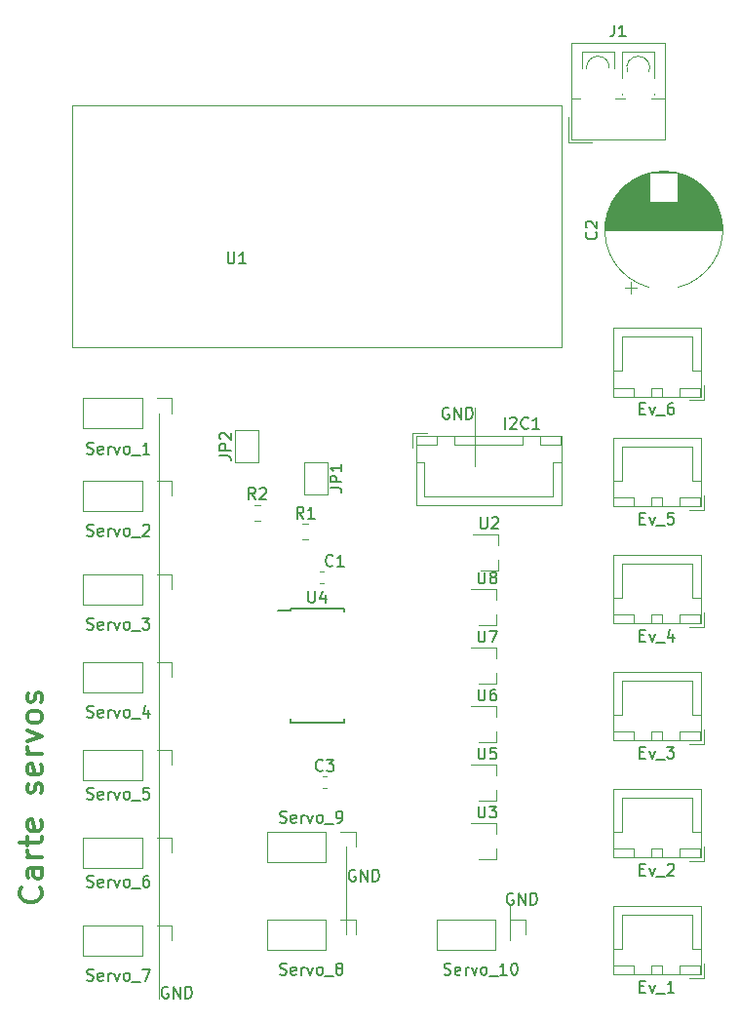
<source format=gbr>
G04 #@! TF.GenerationSoftware,KiCad,Pcbnew,5.1.5*
G04 #@! TF.CreationDate,2020-03-10T21:27:45+01:00*
G04 #@! TF.ProjectId,carte_PCA9685,63617274-655f-4504-9341-393638352e6b,rev?*
G04 #@! TF.SameCoordinates,Original*
G04 #@! TF.FileFunction,Legend,Top*
G04 #@! TF.FilePolarity,Positive*
%FSLAX46Y46*%
G04 Gerber Fmt 4.6, Leading zero omitted, Abs format (unit mm)*
G04 Created by KiCad (PCBNEW 5.1.5) date 2020-03-10 21:27:45*
%MOMM*%
%LPD*%
G04 APERTURE LIST*
%ADD10C,0.300000*%
%ADD11C,0.150000*%
%ADD12C,0.120000*%
G04 APERTURE END LIST*
D10*
X125809285Y-103107142D02*
X125904523Y-103202380D01*
X125999761Y-103488095D01*
X125999761Y-103678571D01*
X125904523Y-103964285D01*
X125714047Y-104154761D01*
X125523571Y-104250000D01*
X125142619Y-104345238D01*
X124856904Y-104345238D01*
X124475952Y-104250000D01*
X124285476Y-104154761D01*
X124095000Y-103964285D01*
X123999761Y-103678571D01*
X123999761Y-103488095D01*
X124095000Y-103202380D01*
X124190238Y-103107142D01*
X125999761Y-101392857D02*
X124952142Y-101392857D01*
X124761666Y-101488095D01*
X124666428Y-101678571D01*
X124666428Y-102059523D01*
X124761666Y-102250000D01*
X125904523Y-101392857D02*
X125999761Y-101583333D01*
X125999761Y-102059523D01*
X125904523Y-102250000D01*
X125714047Y-102345238D01*
X125523571Y-102345238D01*
X125333095Y-102250000D01*
X125237857Y-102059523D01*
X125237857Y-101583333D01*
X125142619Y-101392857D01*
X125999761Y-100440476D02*
X124666428Y-100440476D01*
X125047380Y-100440476D02*
X124856904Y-100345238D01*
X124761666Y-100250000D01*
X124666428Y-100059523D01*
X124666428Y-99869047D01*
X124666428Y-99488095D02*
X124666428Y-98726190D01*
X123999761Y-99202380D02*
X125714047Y-99202380D01*
X125904523Y-99107142D01*
X125999761Y-98916666D01*
X125999761Y-98726190D01*
X125904523Y-97297619D02*
X125999761Y-97488095D01*
X125999761Y-97869047D01*
X125904523Y-98059523D01*
X125714047Y-98154761D01*
X124952142Y-98154761D01*
X124761666Y-98059523D01*
X124666428Y-97869047D01*
X124666428Y-97488095D01*
X124761666Y-97297619D01*
X124952142Y-97202380D01*
X125142619Y-97202380D01*
X125333095Y-98154761D01*
X125904523Y-94916666D02*
X125999761Y-94726190D01*
X125999761Y-94345238D01*
X125904523Y-94154761D01*
X125714047Y-94059523D01*
X125618809Y-94059523D01*
X125428333Y-94154761D01*
X125333095Y-94345238D01*
X125333095Y-94630952D01*
X125237857Y-94821428D01*
X125047380Y-94916666D01*
X124952142Y-94916666D01*
X124761666Y-94821428D01*
X124666428Y-94630952D01*
X124666428Y-94345238D01*
X124761666Y-94154761D01*
X125904523Y-92440476D02*
X125999761Y-92630952D01*
X125999761Y-93011904D01*
X125904523Y-93202380D01*
X125714047Y-93297619D01*
X124952142Y-93297619D01*
X124761666Y-93202380D01*
X124666428Y-93011904D01*
X124666428Y-92630952D01*
X124761666Y-92440476D01*
X124952142Y-92345238D01*
X125142619Y-92345238D01*
X125333095Y-93297619D01*
X125999761Y-91488095D02*
X124666428Y-91488095D01*
X125047380Y-91488095D02*
X124856904Y-91392857D01*
X124761666Y-91297619D01*
X124666428Y-91107142D01*
X124666428Y-90916666D01*
X124666428Y-90440476D02*
X125999761Y-89964285D01*
X124666428Y-89488095D01*
X125999761Y-88440476D02*
X125904523Y-88630952D01*
X125809285Y-88726190D01*
X125618809Y-88821428D01*
X125047380Y-88821428D01*
X124856904Y-88726190D01*
X124761666Y-88630952D01*
X124666428Y-88440476D01*
X124666428Y-88154761D01*
X124761666Y-87964285D01*
X124856904Y-87869047D01*
X125047380Y-87773809D01*
X125618809Y-87773809D01*
X125809285Y-87869047D01*
X125904523Y-87964285D01*
X125999761Y-88154761D01*
X125999761Y-88440476D01*
X125904523Y-87011904D02*
X125999761Y-86821428D01*
X125999761Y-86440476D01*
X125904523Y-86250000D01*
X125714047Y-86154761D01*
X125618809Y-86154761D01*
X125428333Y-86250000D01*
X125333095Y-86440476D01*
X125333095Y-86726190D01*
X125237857Y-86916666D01*
X125047380Y-87011904D01*
X124952142Y-87011904D01*
X124761666Y-86916666D01*
X124666428Y-86726190D01*
X124666428Y-86440476D01*
X124761666Y-86250000D01*
D11*
X153162095Y-101608000D02*
X153066857Y-101560380D01*
X152924000Y-101560380D01*
X152781142Y-101608000D01*
X152685904Y-101703238D01*
X152638285Y-101798476D01*
X152590666Y-101988952D01*
X152590666Y-102131809D01*
X152638285Y-102322285D01*
X152685904Y-102417523D01*
X152781142Y-102512761D01*
X152924000Y-102560380D01*
X153019238Y-102560380D01*
X153162095Y-102512761D01*
X153209714Y-102465142D01*
X153209714Y-102131809D01*
X153019238Y-102131809D01*
X153638285Y-102560380D02*
X153638285Y-101560380D01*
X154209714Y-102560380D01*
X154209714Y-101560380D01*
X154685904Y-102560380D02*
X154685904Y-101560380D01*
X154924000Y-101560380D01*
X155066857Y-101608000D01*
X155162095Y-101703238D01*
X155209714Y-101798476D01*
X155257333Y-101988952D01*
X155257333Y-102131809D01*
X155209714Y-102322285D01*
X155162095Y-102417523D01*
X155066857Y-102512761D01*
X154924000Y-102560380D01*
X154685904Y-102560380D01*
X161290095Y-61476000D02*
X161194857Y-61428380D01*
X161052000Y-61428380D01*
X160909142Y-61476000D01*
X160813904Y-61571238D01*
X160766285Y-61666476D01*
X160718666Y-61856952D01*
X160718666Y-61999809D01*
X160766285Y-62190285D01*
X160813904Y-62285523D01*
X160909142Y-62380761D01*
X161052000Y-62428380D01*
X161147238Y-62428380D01*
X161290095Y-62380761D01*
X161337714Y-62333142D01*
X161337714Y-61999809D01*
X161147238Y-61999809D01*
X161766285Y-62428380D02*
X161766285Y-61428380D01*
X162337714Y-62428380D01*
X162337714Y-61428380D01*
X162813904Y-62428380D02*
X162813904Y-61428380D01*
X163052000Y-61428380D01*
X163194857Y-61476000D01*
X163290095Y-61571238D01*
X163337714Y-61666476D01*
X163385333Y-61856952D01*
X163385333Y-61999809D01*
X163337714Y-62190285D01*
X163290095Y-62285523D01*
X163194857Y-62380761D01*
X163052000Y-62428380D01*
X162813904Y-62428380D01*
D12*
X163576000Y-66548000D02*
X163576000Y-61468000D01*
X152400000Y-107188000D02*
X152400000Y-99568000D01*
X166624000Y-104648000D02*
X166624000Y-107696000D01*
D11*
X166878095Y-103640000D02*
X166782857Y-103592380D01*
X166640000Y-103592380D01*
X166497142Y-103640000D01*
X166401904Y-103735238D01*
X166354285Y-103830476D01*
X166306666Y-104020952D01*
X166306666Y-104163809D01*
X166354285Y-104354285D01*
X166401904Y-104449523D01*
X166497142Y-104544761D01*
X166640000Y-104592380D01*
X166735238Y-104592380D01*
X166878095Y-104544761D01*
X166925714Y-104497142D01*
X166925714Y-104163809D01*
X166735238Y-104163809D01*
X167354285Y-104592380D02*
X167354285Y-103592380D01*
X167925714Y-104592380D01*
X167925714Y-103592380D01*
X168401904Y-104592380D02*
X168401904Y-103592380D01*
X168640000Y-103592380D01*
X168782857Y-103640000D01*
X168878095Y-103735238D01*
X168925714Y-103830476D01*
X168973333Y-104020952D01*
X168973333Y-104163809D01*
X168925714Y-104354285D01*
X168878095Y-104449523D01*
X168782857Y-104544761D01*
X168640000Y-104592380D01*
X168401904Y-104592380D01*
X136906095Y-111768000D02*
X136810857Y-111720380D01*
X136668000Y-111720380D01*
X136525142Y-111768000D01*
X136429904Y-111863238D01*
X136382285Y-111958476D01*
X136334666Y-112148952D01*
X136334666Y-112291809D01*
X136382285Y-112482285D01*
X136429904Y-112577523D01*
X136525142Y-112672761D01*
X136668000Y-112720380D01*
X136763238Y-112720380D01*
X136906095Y-112672761D01*
X136953714Y-112625142D01*
X136953714Y-112291809D01*
X136763238Y-112291809D01*
X137382285Y-112720380D02*
X137382285Y-111720380D01*
X137953714Y-112720380D01*
X137953714Y-111720380D01*
X138429904Y-112720380D02*
X138429904Y-111720380D01*
X138668000Y-111720380D01*
X138810857Y-111768000D01*
X138906095Y-111863238D01*
X138953714Y-111958476D01*
X139001333Y-112148952D01*
X139001333Y-112291809D01*
X138953714Y-112482285D01*
X138906095Y-112577523D01*
X138810857Y-112672761D01*
X138668000Y-112720380D01*
X138429904Y-112720380D01*
D12*
X136144000Y-107696000D02*
X136144000Y-112776000D01*
X136144000Y-107696000D02*
X136144000Y-61976000D01*
X158430000Y-63920000D02*
X158430000Y-69890000D01*
X158430000Y-69890000D02*
X171050000Y-69890000D01*
X171050000Y-69890000D02*
X171050000Y-63920000D01*
X171050000Y-63920000D02*
X158430000Y-63920000D01*
X161740000Y-63930000D02*
X161740000Y-64680000D01*
X161740000Y-64680000D02*
X167740000Y-64680000D01*
X167740000Y-64680000D02*
X167740000Y-63930000D01*
X167740000Y-63930000D02*
X161740000Y-63930000D01*
X158440000Y-63930000D02*
X158440000Y-64680000D01*
X158440000Y-64680000D02*
X160240000Y-64680000D01*
X160240000Y-64680000D02*
X160240000Y-63930000D01*
X160240000Y-63930000D02*
X158440000Y-63930000D01*
X169240000Y-63930000D02*
X169240000Y-64680000D01*
X169240000Y-64680000D02*
X171040000Y-64680000D01*
X171040000Y-64680000D02*
X171040000Y-63930000D01*
X171040000Y-63930000D02*
X169240000Y-63930000D01*
X158440000Y-66180000D02*
X159190000Y-66180000D01*
X159190000Y-66180000D02*
X159190000Y-69130000D01*
X159190000Y-69130000D02*
X164740000Y-69130000D01*
X171040000Y-66180000D02*
X170290000Y-66180000D01*
X170290000Y-66180000D02*
X170290000Y-69130000D01*
X170290000Y-69130000D02*
X164740000Y-69130000D01*
X159390000Y-63630000D02*
X158140000Y-63630000D01*
X158140000Y-63630000D02*
X158140000Y-64880000D01*
D11*
X147535000Y-78845000D02*
X147535000Y-79070000D01*
X152185000Y-78845000D02*
X152185000Y-79170000D01*
X152185000Y-88795000D02*
X152185000Y-88470000D01*
X147535000Y-88795000D02*
X147535000Y-88470000D01*
X147535000Y-78845000D02*
X152185000Y-78845000D01*
X147535000Y-88795000D02*
X152185000Y-88795000D01*
X147535000Y-79070000D02*
X146460000Y-79070000D01*
D12*
X144720000Y-66185000D02*
X142720000Y-66185000D01*
X144720000Y-63385000D02*
X144720000Y-66185000D01*
X142720000Y-63385000D02*
X144720000Y-63385000D01*
X142720000Y-66185000D02*
X142720000Y-63385000D01*
X144398922Y-71300000D02*
X144916078Y-71300000D01*
X144398922Y-69880000D02*
X144916078Y-69880000D01*
X150733000Y-66164000D02*
X150733000Y-68964000D01*
X150733000Y-68964000D02*
X148733000Y-68964000D01*
X148733000Y-68964000D02*
X148733000Y-66164000D01*
X148733000Y-66164000D02*
X150733000Y-66164000D01*
X150083733Y-76710000D02*
X150426267Y-76710000D01*
X150083733Y-75690000D02*
X150426267Y-75690000D01*
X149058578Y-72902500D02*
X148541422Y-72902500D01*
X149058578Y-71482500D02*
X148541422Y-71482500D01*
X181219000Y-50996540D02*
G75*
G03X178699000Y-50996540I-1260000J4962540D01*
G01*
X174879000Y-46034000D02*
X185039000Y-46034000D01*
X174879000Y-45994000D02*
X185039000Y-45994000D01*
X174879000Y-45954000D02*
X185039000Y-45954000D01*
X174880000Y-45914000D02*
X185038000Y-45914000D01*
X174881000Y-45874000D02*
X185037000Y-45874000D01*
X174882000Y-45834000D02*
X185036000Y-45834000D01*
X174884000Y-45794000D02*
X185034000Y-45794000D01*
X174886000Y-45754000D02*
X185032000Y-45754000D01*
X174889000Y-45714000D02*
X185029000Y-45714000D01*
X174891000Y-45674000D02*
X185027000Y-45674000D01*
X174894000Y-45634000D02*
X185024000Y-45634000D01*
X174897000Y-45594000D02*
X185021000Y-45594000D01*
X174901000Y-45554000D02*
X185017000Y-45554000D01*
X174905000Y-45514000D02*
X185013000Y-45514000D01*
X174909000Y-45474000D02*
X185009000Y-45474000D01*
X174914000Y-45434000D02*
X185004000Y-45434000D01*
X174919000Y-45394000D02*
X184999000Y-45394000D01*
X174924000Y-45354000D02*
X184994000Y-45354000D01*
X174929000Y-45313000D02*
X184989000Y-45313000D01*
X174935000Y-45273000D02*
X184983000Y-45273000D01*
X174941000Y-45233000D02*
X184977000Y-45233000D01*
X174948000Y-45193000D02*
X184970000Y-45193000D01*
X174955000Y-45153000D02*
X184963000Y-45153000D01*
X174962000Y-45113000D02*
X184956000Y-45113000D01*
X174969000Y-45073000D02*
X184949000Y-45073000D01*
X174977000Y-45033000D02*
X184941000Y-45033000D01*
X174985000Y-44993000D02*
X184933000Y-44993000D01*
X174994000Y-44953000D02*
X184924000Y-44953000D01*
X175003000Y-44913000D02*
X184915000Y-44913000D01*
X175012000Y-44873000D02*
X184906000Y-44873000D01*
X175021000Y-44833000D02*
X184897000Y-44833000D01*
X175031000Y-44793000D02*
X184887000Y-44793000D01*
X175041000Y-44753000D02*
X184877000Y-44753000D01*
X175052000Y-44713000D02*
X184866000Y-44713000D01*
X175062000Y-44673000D02*
X184856000Y-44673000D01*
X175074000Y-44633000D02*
X184844000Y-44633000D01*
X175085000Y-44593000D02*
X184833000Y-44593000D01*
X175097000Y-44553000D02*
X184821000Y-44553000D01*
X175109000Y-44513000D02*
X184809000Y-44513000D01*
X175122000Y-44473000D02*
X184796000Y-44473000D01*
X175135000Y-44433000D02*
X184783000Y-44433000D01*
X175148000Y-44393000D02*
X184770000Y-44393000D01*
X175162000Y-44353000D02*
X184756000Y-44353000D01*
X175176000Y-44313000D02*
X184742000Y-44313000D01*
X175191000Y-44273000D02*
X184727000Y-44273000D01*
X175205000Y-44233000D02*
X184713000Y-44233000D01*
X175221000Y-44193000D02*
X184697000Y-44193000D01*
X175236000Y-44153000D02*
X184682000Y-44153000D01*
X175252000Y-44113000D02*
X184666000Y-44113000D01*
X175269000Y-44073000D02*
X184649000Y-44073000D01*
X175285000Y-44033000D02*
X184633000Y-44033000D01*
X175302000Y-43993000D02*
X184616000Y-43993000D01*
X175320000Y-43953000D02*
X184598000Y-43953000D01*
X175338000Y-43913000D02*
X184580000Y-43913000D01*
X175356000Y-43873000D02*
X184562000Y-43873000D01*
X175375000Y-43833000D02*
X184543000Y-43833000D01*
X175395000Y-43793000D02*
X184523000Y-43793000D01*
X175414000Y-43753000D02*
X184504000Y-43753000D01*
X175434000Y-43713000D02*
X184484000Y-43713000D01*
X175455000Y-43673000D02*
X184463000Y-43673000D01*
X175476000Y-43633000D02*
X184442000Y-43633000D01*
X175497000Y-43593000D02*
X184421000Y-43593000D01*
X175519000Y-43553000D02*
X184399000Y-43553000D01*
X175542000Y-43513000D02*
X178718000Y-43513000D01*
X181200000Y-43513000D02*
X184376000Y-43513000D01*
X175564000Y-43473000D02*
X178718000Y-43473000D01*
X181200000Y-43473000D02*
X184354000Y-43473000D01*
X175588000Y-43433000D02*
X178718000Y-43433000D01*
X181200000Y-43433000D02*
X184330000Y-43433000D01*
X175612000Y-43393000D02*
X178718000Y-43393000D01*
X181200000Y-43393000D02*
X184306000Y-43393000D01*
X175636000Y-43353000D02*
X178718000Y-43353000D01*
X181200000Y-43353000D02*
X184282000Y-43353000D01*
X175661000Y-43313000D02*
X178718000Y-43313000D01*
X181200000Y-43313000D02*
X184257000Y-43313000D01*
X175686000Y-43273000D02*
X178718000Y-43273000D01*
X181200000Y-43273000D02*
X184232000Y-43273000D01*
X175712000Y-43233000D02*
X178718000Y-43233000D01*
X181200000Y-43233000D02*
X184206000Y-43233000D01*
X175738000Y-43193000D02*
X178718000Y-43193000D01*
X181200000Y-43193000D02*
X184180000Y-43193000D01*
X175765000Y-43153000D02*
X178718000Y-43153000D01*
X181200000Y-43153000D02*
X184153000Y-43153000D01*
X175793000Y-43113000D02*
X178718000Y-43113000D01*
X181200000Y-43113000D02*
X184125000Y-43113000D01*
X175821000Y-43073000D02*
X178718000Y-43073000D01*
X181200000Y-43073000D02*
X184097000Y-43073000D01*
X175849000Y-43033000D02*
X178718000Y-43033000D01*
X181200000Y-43033000D02*
X184069000Y-43033000D01*
X175879000Y-42993000D02*
X178718000Y-42993000D01*
X181200000Y-42993000D02*
X184039000Y-42993000D01*
X175909000Y-42953000D02*
X178718000Y-42953000D01*
X181200000Y-42953000D02*
X184009000Y-42953000D01*
X175939000Y-42913000D02*
X178718000Y-42913000D01*
X181200000Y-42913000D02*
X183979000Y-42913000D01*
X175970000Y-42873000D02*
X178718000Y-42873000D01*
X181200000Y-42873000D02*
X183948000Y-42873000D01*
X176002000Y-42833000D02*
X178718000Y-42833000D01*
X181200000Y-42833000D02*
X183916000Y-42833000D01*
X176034000Y-42793000D02*
X178718000Y-42793000D01*
X181200000Y-42793000D02*
X183884000Y-42793000D01*
X176067000Y-42753000D02*
X178718000Y-42753000D01*
X181200000Y-42753000D02*
X183851000Y-42753000D01*
X176101000Y-42713000D02*
X178718000Y-42713000D01*
X181200000Y-42713000D02*
X183817000Y-42713000D01*
X176135000Y-42673000D02*
X178718000Y-42673000D01*
X181200000Y-42673000D02*
X183783000Y-42673000D01*
X176170000Y-42633000D02*
X178718000Y-42633000D01*
X181200000Y-42633000D02*
X183748000Y-42633000D01*
X176206000Y-42593000D02*
X178718000Y-42593000D01*
X181200000Y-42593000D02*
X183712000Y-42593000D01*
X176243000Y-42553000D02*
X178718000Y-42553000D01*
X181200000Y-42553000D02*
X183675000Y-42553000D01*
X176280000Y-42513000D02*
X178718000Y-42513000D01*
X181200000Y-42513000D02*
X183638000Y-42513000D01*
X176319000Y-42473000D02*
X178718000Y-42473000D01*
X181200000Y-42473000D02*
X183599000Y-42473000D01*
X176358000Y-42433000D02*
X178718000Y-42433000D01*
X181200000Y-42433000D02*
X183560000Y-42433000D01*
X176398000Y-42393000D02*
X178718000Y-42393000D01*
X181200000Y-42393000D02*
X183520000Y-42393000D01*
X176439000Y-42353000D02*
X178718000Y-42353000D01*
X181200000Y-42353000D02*
X183479000Y-42353000D01*
X176481000Y-42313000D02*
X178718000Y-42313000D01*
X181200000Y-42313000D02*
X183437000Y-42313000D01*
X176523000Y-42273000D02*
X178718000Y-42273000D01*
X181200000Y-42273000D02*
X183395000Y-42273000D01*
X176567000Y-42233000D02*
X178718000Y-42233000D01*
X181200000Y-42233000D02*
X183351000Y-42233000D01*
X176612000Y-42193000D02*
X178718000Y-42193000D01*
X181200000Y-42193000D02*
X183306000Y-42193000D01*
X176658000Y-42153000D02*
X178718000Y-42153000D01*
X181200000Y-42153000D02*
X183260000Y-42153000D01*
X176705000Y-42113000D02*
X178718000Y-42113000D01*
X181200000Y-42113000D02*
X183213000Y-42113000D01*
X176753000Y-42073000D02*
X178718000Y-42073000D01*
X181200000Y-42073000D02*
X183165000Y-42073000D01*
X176803000Y-42033000D02*
X178718000Y-42033000D01*
X181200000Y-42033000D02*
X183115000Y-42033000D01*
X176853000Y-41993000D02*
X178718000Y-41993000D01*
X181200000Y-41993000D02*
X183065000Y-41993000D01*
X176905000Y-41953000D02*
X178718000Y-41953000D01*
X181200000Y-41953000D02*
X183013000Y-41953000D01*
X176959000Y-41913000D02*
X178718000Y-41913000D01*
X181200000Y-41913000D02*
X182959000Y-41913000D01*
X177014000Y-41873000D02*
X178718000Y-41873000D01*
X181200000Y-41873000D02*
X182904000Y-41873000D01*
X177070000Y-41833000D02*
X178718000Y-41833000D01*
X181200000Y-41833000D02*
X182848000Y-41833000D01*
X177129000Y-41793000D02*
X178718000Y-41793000D01*
X181200000Y-41793000D02*
X182789000Y-41793000D01*
X177189000Y-41753000D02*
X178718000Y-41753000D01*
X181200000Y-41753000D02*
X182729000Y-41753000D01*
X177250000Y-41713000D02*
X178718000Y-41713000D01*
X181200000Y-41713000D02*
X182668000Y-41713000D01*
X177314000Y-41673000D02*
X178718000Y-41673000D01*
X181200000Y-41673000D02*
X182604000Y-41673000D01*
X177380000Y-41633000D02*
X178718000Y-41633000D01*
X181200000Y-41633000D02*
X182538000Y-41633000D01*
X177449000Y-41593000D02*
X178718000Y-41593000D01*
X181200000Y-41593000D02*
X182469000Y-41593000D01*
X177520000Y-41553000D02*
X178718000Y-41553000D01*
X181200000Y-41553000D02*
X182398000Y-41553000D01*
X177594000Y-41513000D02*
X178718000Y-41513000D01*
X181200000Y-41513000D02*
X182324000Y-41513000D01*
X177670000Y-41473000D02*
X178718000Y-41473000D01*
X181200000Y-41473000D02*
X182248000Y-41473000D01*
X177750000Y-41433000D02*
X178718000Y-41433000D01*
X181200000Y-41433000D02*
X182168000Y-41433000D01*
X177834000Y-41393000D02*
X178718000Y-41393000D01*
X181200000Y-41393000D02*
X182084000Y-41393000D01*
X177922000Y-41353000D02*
X178718000Y-41353000D01*
X181200000Y-41353000D02*
X181996000Y-41353000D01*
X178015000Y-41313000D02*
X178718000Y-41313000D01*
X181200000Y-41313000D02*
X181903000Y-41313000D01*
X178113000Y-41273000D02*
X178718000Y-41273000D01*
X181200000Y-41273000D02*
X181805000Y-41273000D01*
X178217000Y-41233000D02*
X178718000Y-41233000D01*
X181200000Y-41233000D02*
X181701000Y-41233000D01*
X178329000Y-41193000D02*
X178718000Y-41193000D01*
X181200000Y-41193000D02*
X181589000Y-41193000D01*
X178449000Y-41153000D02*
X178718000Y-41153000D01*
X181200000Y-41153000D02*
X181469000Y-41153000D01*
X178581000Y-41113000D02*
X178718000Y-41113000D01*
X181200000Y-41113000D02*
X181337000Y-41113000D01*
X178897000Y-41033000D02*
X181021000Y-41033000D01*
X179097000Y-40993000D02*
X180821000Y-40993000D01*
X179360000Y-40953000D02*
X180558000Y-40953000D01*
X177084000Y-51513646D02*
X177084000Y-50513646D01*
X176584000Y-51013646D02*
X177584000Y-51013646D01*
X150337733Y-93470000D02*
X150680267Y-93470000D01*
X150337733Y-94490000D02*
X150680267Y-94490000D01*
X173246110Y-31998566D02*
G75*
G02X175242000Y-31997000I997890J70566D01*
G01*
X176804085Y-32270233D02*
G75*
G02X178684000Y-32270000I939915J342233D01*
G01*
X171934000Y-34629000D02*
X172704000Y-34629000D01*
X175784000Y-34629000D02*
X176611000Y-34629000D01*
X178878000Y-34629000D02*
X180054000Y-34629000D01*
X171934000Y-29768000D02*
X180054000Y-29768000D01*
X171934000Y-38188000D02*
X180054000Y-38188000D01*
X171934000Y-29768000D02*
X171934000Y-38188000D01*
X180054000Y-29768000D02*
X180054000Y-38188000D01*
X172844000Y-30528000D02*
X175644000Y-30528000D01*
X172844000Y-30528000D02*
X172844000Y-31988000D01*
X175644000Y-30528000D02*
X175644000Y-31988000D01*
X176344000Y-30528000D02*
X179144000Y-30528000D01*
X176344000Y-34278000D02*
X176345000Y-34278000D01*
X179144000Y-34278000D02*
X179144000Y-34278000D01*
X176344000Y-30528000D02*
X176344000Y-32839000D01*
X176344000Y-34217000D02*
X176344000Y-34278000D01*
X179144000Y-30528000D02*
X179144000Y-32839000D01*
X179144000Y-34217000D02*
X179144000Y-34278000D01*
X171694000Y-36188000D02*
X171694000Y-38428000D01*
X171694000Y-38428000D02*
X173694000Y-38428000D01*
X183154000Y-60499000D02*
X183154000Y-54529000D01*
X183154000Y-54529000D02*
X175534000Y-54529000D01*
X175534000Y-54529000D02*
X175534000Y-60499000D01*
X175534000Y-60499000D02*
X183154000Y-60499000D01*
X179844000Y-60489000D02*
X179844000Y-59739000D01*
X179844000Y-59739000D02*
X178844000Y-59739000D01*
X178844000Y-59739000D02*
X178844000Y-60489000D01*
X178844000Y-60489000D02*
X179844000Y-60489000D01*
X183144000Y-60489000D02*
X183144000Y-59739000D01*
X183144000Y-59739000D02*
X181344000Y-59739000D01*
X181344000Y-59739000D02*
X181344000Y-60489000D01*
X181344000Y-60489000D02*
X183144000Y-60489000D01*
X177344000Y-60489000D02*
X177344000Y-59739000D01*
X177344000Y-59739000D02*
X175544000Y-59739000D01*
X175544000Y-59739000D02*
X175544000Y-60489000D01*
X175544000Y-60489000D02*
X177344000Y-60489000D01*
X183144000Y-58239000D02*
X182394000Y-58239000D01*
X182394000Y-58239000D02*
X182394000Y-55289000D01*
X182394000Y-55289000D02*
X179344000Y-55289000D01*
X175544000Y-58239000D02*
X176294000Y-58239000D01*
X176294000Y-58239000D02*
X176294000Y-55289000D01*
X176294000Y-55289000D02*
X179344000Y-55289000D01*
X182194000Y-60789000D02*
X183444000Y-60789000D01*
X183444000Y-60789000D02*
X183444000Y-59539000D01*
X183154000Y-110664000D02*
X183154000Y-104694000D01*
X183154000Y-104694000D02*
X175534000Y-104694000D01*
X175534000Y-104694000D02*
X175534000Y-110664000D01*
X175534000Y-110664000D02*
X183154000Y-110664000D01*
X179844000Y-110654000D02*
X179844000Y-109904000D01*
X179844000Y-109904000D02*
X178844000Y-109904000D01*
X178844000Y-109904000D02*
X178844000Y-110654000D01*
X178844000Y-110654000D02*
X179844000Y-110654000D01*
X183144000Y-110654000D02*
X183144000Y-109904000D01*
X183144000Y-109904000D02*
X181344000Y-109904000D01*
X181344000Y-109904000D02*
X181344000Y-110654000D01*
X181344000Y-110654000D02*
X183144000Y-110654000D01*
X177344000Y-110654000D02*
X177344000Y-109904000D01*
X177344000Y-109904000D02*
X175544000Y-109904000D01*
X175544000Y-109904000D02*
X175544000Y-110654000D01*
X175544000Y-110654000D02*
X177344000Y-110654000D01*
X183144000Y-108404000D02*
X182394000Y-108404000D01*
X182394000Y-108404000D02*
X182394000Y-105454000D01*
X182394000Y-105454000D02*
X179344000Y-105454000D01*
X175544000Y-108404000D02*
X176294000Y-108404000D01*
X176294000Y-108404000D02*
X176294000Y-105454000D01*
X176294000Y-105454000D02*
X179344000Y-105454000D01*
X182194000Y-110954000D02*
X183444000Y-110954000D01*
X183444000Y-110954000D02*
X183444000Y-109704000D01*
X183444000Y-100794000D02*
X183444000Y-99544000D01*
X182194000Y-100794000D02*
X183444000Y-100794000D01*
X176294000Y-95294000D02*
X179344000Y-95294000D01*
X176294000Y-98244000D02*
X176294000Y-95294000D01*
X175544000Y-98244000D02*
X176294000Y-98244000D01*
X182394000Y-95294000D02*
X179344000Y-95294000D01*
X182394000Y-98244000D02*
X182394000Y-95294000D01*
X183144000Y-98244000D02*
X182394000Y-98244000D01*
X175544000Y-100494000D02*
X177344000Y-100494000D01*
X175544000Y-99744000D02*
X175544000Y-100494000D01*
X177344000Y-99744000D02*
X175544000Y-99744000D01*
X177344000Y-100494000D02*
X177344000Y-99744000D01*
X181344000Y-100494000D02*
X183144000Y-100494000D01*
X181344000Y-99744000D02*
X181344000Y-100494000D01*
X183144000Y-99744000D02*
X181344000Y-99744000D01*
X183144000Y-100494000D02*
X183144000Y-99744000D01*
X178844000Y-100494000D02*
X179844000Y-100494000D01*
X178844000Y-99744000D02*
X178844000Y-100494000D01*
X179844000Y-99744000D02*
X178844000Y-99744000D01*
X179844000Y-100494000D02*
X179844000Y-99744000D01*
X175534000Y-100504000D02*
X183154000Y-100504000D01*
X175534000Y-94534000D02*
X175534000Y-100504000D01*
X183154000Y-94534000D02*
X175534000Y-94534000D01*
X183154000Y-100504000D02*
X183154000Y-94534000D01*
X183444000Y-90634000D02*
X183444000Y-89384000D01*
X182194000Y-90634000D02*
X183444000Y-90634000D01*
X176294000Y-85134000D02*
X179344000Y-85134000D01*
X176294000Y-88084000D02*
X176294000Y-85134000D01*
X175544000Y-88084000D02*
X176294000Y-88084000D01*
X182394000Y-85134000D02*
X179344000Y-85134000D01*
X182394000Y-88084000D02*
X182394000Y-85134000D01*
X183144000Y-88084000D02*
X182394000Y-88084000D01*
X175544000Y-90334000D02*
X177344000Y-90334000D01*
X175544000Y-89584000D02*
X175544000Y-90334000D01*
X177344000Y-89584000D02*
X175544000Y-89584000D01*
X177344000Y-90334000D02*
X177344000Y-89584000D01*
X181344000Y-90334000D02*
X183144000Y-90334000D01*
X181344000Y-89584000D02*
X181344000Y-90334000D01*
X183144000Y-89584000D02*
X181344000Y-89584000D01*
X183144000Y-90334000D02*
X183144000Y-89584000D01*
X178844000Y-90334000D02*
X179844000Y-90334000D01*
X178844000Y-89584000D02*
X178844000Y-90334000D01*
X179844000Y-89584000D02*
X178844000Y-89584000D01*
X179844000Y-90334000D02*
X179844000Y-89584000D01*
X175534000Y-90344000D02*
X183154000Y-90344000D01*
X175534000Y-84374000D02*
X175534000Y-90344000D01*
X183154000Y-84374000D02*
X175534000Y-84374000D01*
X183154000Y-90344000D02*
X183154000Y-84374000D01*
X183444000Y-80474000D02*
X183444000Y-79224000D01*
X182194000Y-80474000D02*
X183444000Y-80474000D01*
X176294000Y-74974000D02*
X179344000Y-74974000D01*
X176294000Y-77924000D02*
X176294000Y-74974000D01*
X175544000Y-77924000D02*
X176294000Y-77924000D01*
X182394000Y-74974000D02*
X179344000Y-74974000D01*
X182394000Y-77924000D02*
X182394000Y-74974000D01*
X183144000Y-77924000D02*
X182394000Y-77924000D01*
X175544000Y-80174000D02*
X177344000Y-80174000D01*
X175544000Y-79424000D02*
X175544000Y-80174000D01*
X177344000Y-79424000D02*
X175544000Y-79424000D01*
X177344000Y-80174000D02*
X177344000Y-79424000D01*
X181344000Y-80174000D02*
X183144000Y-80174000D01*
X181344000Y-79424000D02*
X181344000Y-80174000D01*
X183144000Y-79424000D02*
X181344000Y-79424000D01*
X183144000Y-80174000D02*
X183144000Y-79424000D01*
X178844000Y-80174000D02*
X179844000Y-80174000D01*
X178844000Y-79424000D02*
X178844000Y-80174000D01*
X179844000Y-79424000D02*
X178844000Y-79424000D01*
X179844000Y-80174000D02*
X179844000Y-79424000D01*
X175534000Y-80184000D02*
X183154000Y-80184000D01*
X175534000Y-74214000D02*
X175534000Y-80184000D01*
X183154000Y-74214000D02*
X175534000Y-74214000D01*
X183154000Y-80184000D02*
X183154000Y-74214000D01*
X183154000Y-70024000D02*
X183154000Y-64054000D01*
X183154000Y-64054000D02*
X175534000Y-64054000D01*
X175534000Y-64054000D02*
X175534000Y-70024000D01*
X175534000Y-70024000D02*
X183154000Y-70024000D01*
X179844000Y-70014000D02*
X179844000Y-69264000D01*
X179844000Y-69264000D02*
X178844000Y-69264000D01*
X178844000Y-69264000D02*
X178844000Y-70014000D01*
X178844000Y-70014000D02*
X179844000Y-70014000D01*
X183144000Y-70014000D02*
X183144000Y-69264000D01*
X183144000Y-69264000D02*
X181344000Y-69264000D01*
X181344000Y-69264000D02*
X181344000Y-70014000D01*
X181344000Y-70014000D02*
X183144000Y-70014000D01*
X177344000Y-70014000D02*
X177344000Y-69264000D01*
X177344000Y-69264000D02*
X175544000Y-69264000D01*
X175544000Y-69264000D02*
X175544000Y-70014000D01*
X175544000Y-70014000D02*
X177344000Y-70014000D01*
X183144000Y-67764000D02*
X182394000Y-67764000D01*
X182394000Y-67764000D02*
X182394000Y-64814000D01*
X182394000Y-64814000D02*
X179344000Y-64814000D01*
X175544000Y-67764000D02*
X176294000Y-67764000D01*
X176294000Y-67764000D02*
X176294000Y-64814000D01*
X176294000Y-64814000D02*
X179344000Y-64814000D01*
X182194000Y-70314000D02*
X183444000Y-70314000D01*
X183444000Y-70314000D02*
X183444000Y-69064000D01*
X171110000Y-56220000D02*
X128610000Y-56220000D01*
X128610000Y-56220000D02*
X128610000Y-35220000D01*
X128610000Y-35220000D02*
X171110000Y-35220000D01*
X171110000Y-35220000D02*
X171110000Y-56220000D01*
X165560000Y-75580000D02*
X165560000Y-74650000D01*
X165560000Y-72420000D02*
X165560000Y-73350000D01*
X165560000Y-72420000D02*
X163400000Y-72420000D01*
X165560000Y-75580000D02*
X164100000Y-75580000D01*
X165390000Y-100660000D02*
X165390000Y-99730000D01*
X165390000Y-97500000D02*
X165390000Y-98430000D01*
X165390000Y-97500000D02*
X163230000Y-97500000D01*
X165390000Y-100660000D02*
X163930000Y-100660000D01*
X165390000Y-95580000D02*
X165390000Y-94650000D01*
X165390000Y-92420000D02*
X165390000Y-93350000D01*
X165390000Y-92420000D02*
X163230000Y-92420000D01*
X165390000Y-95580000D02*
X163930000Y-95580000D01*
X165390000Y-90500000D02*
X163930000Y-90500000D01*
X165390000Y-87340000D02*
X163230000Y-87340000D01*
X165390000Y-87340000D02*
X165390000Y-88270000D01*
X165390000Y-90500000D02*
X165390000Y-89570000D01*
X165390000Y-85420000D02*
X163930000Y-85420000D01*
X165390000Y-82260000D02*
X163230000Y-82260000D01*
X165390000Y-82260000D02*
X165390000Y-83190000D01*
X165390000Y-85420000D02*
X165390000Y-84490000D01*
X165390000Y-80340000D02*
X163930000Y-80340000D01*
X165390000Y-77180000D02*
X163230000Y-77180000D01*
X165390000Y-77180000D02*
X165390000Y-78110000D01*
X165390000Y-80340000D02*
X165390000Y-79410000D01*
X129520000Y-60590000D02*
X129520000Y-63250000D01*
X134660000Y-60590000D02*
X129520000Y-60590000D01*
X134660000Y-63250000D02*
X129520000Y-63250000D01*
X134660000Y-60590000D02*
X134660000Y-63250000D01*
X135930000Y-60590000D02*
X137260000Y-60590000D01*
X137260000Y-60590000D02*
X137260000Y-61920000D01*
X129520000Y-67758000D02*
X129520000Y-70418000D01*
X134660000Y-67758000D02*
X129520000Y-67758000D01*
X134660000Y-70418000D02*
X129520000Y-70418000D01*
X134660000Y-67758000D02*
X134660000Y-70418000D01*
X135930000Y-67758000D02*
X137260000Y-67758000D01*
X137260000Y-67758000D02*
X137260000Y-69088000D01*
X137260000Y-75886000D02*
X137260000Y-77216000D01*
X135930000Y-75886000D02*
X137260000Y-75886000D01*
X134660000Y-75886000D02*
X134660000Y-78546000D01*
X134660000Y-78546000D02*
X129520000Y-78546000D01*
X134660000Y-75886000D02*
X129520000Y-75886000D01*
X129520000Y-75886000D02*
X129520000Y-78546000D01*
X129520000Y-83506000D02*
X129520000Y-86166000D01*
X134660000Y-83506000D02*
X129520000Y-83506000D01*
X134660000Y-86166000D02*
X129520000Y-86166000D01*
X134660000Y-83506000D02*
X134660000Y-86166000D01*
X135930000Y-83506000D02*
X137260000Y-83506000D01*
X137260000Y-83506000D02*
X137260000Y-84836000D01*
X137260000Y-91126000D02*
X137260000Y-92456000D01*
X135930000Y-91126000D02*
X137260000Y-91126000D01*
X134660000Y-91126000D02*
X134660000Y-93786000D01*
X134660000Y-93786000D02*
X129520000Y-93786000D01*
X134660000Y-91126000D02*
X129520000Y-91126000D01*
X129520000Y-91126000D02*
X129520000Y-93786000D01*
X137260000Y-98746000D02*
X137260000Y-100076000D01*
X135930000Y-98746000D02*
X137260000Y-98746000D01*
X134660000Y-98746000D02*
X134660000Y-101406000D01*
X134660000Y-101406000D02*
X129520000Y-101406000D01*
X134660000Y-98746000D02*
X129520000Y-98746000D01*
X129520000Y-98746000D02*
X129520000Y-101406000D01*
X129520000Y-106366000D02*
X129520000Y-109026000D01*
X134660000Y-106366000D02*
X129520000Y-106366000D01*
X134660000Y-109026000D02*
X129520000Y-109026000D01*
X134660000Y-106366000D02*
X134660000Y-109026000D01*
X135930000Y-106366000D02*
X137260000Y-106366000D01*
X137260000Y-106366000D02*
X137260000Y-107696000D01*
X145482000Y-105858000D02*
X145482000Y-108518000D01*
X150622000Y-105858000D02*
X145482000Y-105858000D01*
X150622000Y-108518000D02*
X145482000Y-108518000D01*
X150622000Y-105858000D02*
X150622000Y-108518000D01*
X151892000Y-105858000D02*
X153222000Y-105858000D01*
X153222000Y-105858000D02*
X153222000Y-107188000D01*
X153222000Y-98238000D02*
X153222000Y-99568000D01*
X151892000Y-98238000D02*
X153222000Y-98238000D01*
X150622000Y-98238000D02*
X150622000Y-100898000D01*
X150622000Y-100898000D02*
X145482000Y-100898000D01*
X150622000Y-98238000D02*
X145482000Y-98238000D01*
X145482000Y-98238000D02*
X145482000Y-100898000D01*
X160214000Y-105858000D02*
X160214000Y-108518000D01*
X165354000Y-105858000D02*
X160214000Y-105858000D01*
X165354000Y-108518000D02*
X160214000Y-108518000D01*
X165354000Y-105858000D02*
X165354000Y-108518000D01*
X166624000Y-105858000D02*
X167954000Y-105858000D01*
X167954000Y-105858000D02*
X167954000Y-107188000D01*
D11*
X166187619Y-63282380D02*
X166187619Y-62282380D01*
X166616190Y-62377619D02*
X166663809Y-62330000D01*
X166759047Y-62282380D01*
X166997142Y-62282380D01*
X167092380Y-62330000D01*
X167140000Y-62377619D01*
X167187619Y-62472857D01*
X167187619Y-62568095D01*
X167140000Y-62710952D01*
X166568571Y-63282380D01*
X167187619Y-63282380D01*
X168187619Y-63187142D02*
X168140000Y-63234761D01*
X167997142Y-63282380D01*
X167901904Y-63282380D01*
X167759047Y-63234761D01*
X167663809Y-63139523D01*
X167616190Y-63044285D01*
X167568571Y-62853809D01*
X167568571Y-62710952D01*
X167616190Y-62520476D01*
X167663809Y-62425238D01*
X167759047Y-62330000D01*
X167901904Y-62282380D01*
X167997142Y-62282380D01*
X168140000Y-62330000D01*
X168187619Y-62377619D01*
X169140000Y-63282380D02*
X168568571Y-63282380D01*
X168854285Y-63282380D02*
X168854285Y-62282380D01*
X168759047Y-62425238D01*
X168663809Y-62520476D01*
X168568571Y-62568095D01*
X149098095Y-77372380D02*
X149098095Y-78181904D01*
X149145714Y-78277142D01*
X149193333Y-78324761D01*
X149288571Y-78372380D01*
X149479047Y-78372380D01*
X149574285Y-78324761D01*
X149621904Y-78277142D01*
X149669523Y-78181904D01*
X149669523Y-77372380D01*
X150574285Y-77705714D02*
X150574285Y-78372380D01*
X150336190Y-77324761D02*
X150098095Y-78039047D01*
X150717142Y-78039047D01*
X141372380Y-65618333D02*
X142086666Y-65618333D01*
X142229523Y-65665952D01*
X142324761Y-65761190D01*
X142372380Y-65904047D01*
X142372380Y-65999285D01*
X142372380Y-65142142D02*
X141372380Y-65142142D01*
X141372380Y-64761190D01*
X141420000Y-64665952D01*
X141467619Y-64618333D01*
X141562857Y-64570714D01*
X141705714Y-64570714D01*
X141800952Y-64618333D01*
X141848571Y-64665952D01*
X141896190Y-64761190D01*
X141896190Y-65142142D01*
X141467619Y-64189761D02*
X141420000Y-64142142D01*
X141372380Y-64046904D01*
X141372380Y-63808809D01*
X141420000Y-63713571D01*
X141467619Y-63665952D01*
X141562857Y-63618333D01*
X141658095Y-63618333D01*
X141800952Y-63665952D01*
X142372380Y-64237380D01*
X142372380Y-63618333D01*
X144490833Y-69392380D02*
X144157500Y-68916190D01*
X143919404Y-69392380D02*
X143919404Y-68392380D01*
X144300357Y-68392380D01*
X144395595Y-68440000D01*
X144443214Y-68487619D01*
X144490833Y-68582857D01*
X144490833Y-68725714D01*
X144443214Y-68820952D01*
X144395595Y-68868571D01*
X144300357Y-68916190D01*
X143919404Y-68916190D01*
X144871785Y-68487619D02*
X144919404Y-68440000D01*
X145014642Y-68392380D01*
X145252738Y-68392380D01*
X145347976Y-68440000D01*
X145395595Y-68487619D01*
X145443214Y-68582857D01*
X145443214Y-68678095D01*
X145395595Y-68820952D01*
X144824166Y-69392380D01*
X145443214Y-69392380D01*
X150985380Y-68397333D02*
X151699666Y-68397333D01*
X151842523Y-68444952D01*
X151937761Y-68540190D01*
X151985380Y-68683047D01*
X151985380Y-68778285D01*
X151985380Y-67921142D02*
X150985380Y-67921142D01*
X150985380Y-67540190D01*
X151033000Y-67444952D01*
X151080619Y-67397333D01*
X151175857Y-67349714D01*
X151318714Y-67349714D01*
X151413952Y-67397333D01*
X151461571Y-67444952D01*
X151509190Y-67540190D01*
X151509190Y-67921142D01*
X151985380Y-66397333D02*
X151985380Y-66968761D01*
X151985380Y-66683047D02*
X150985380Y-66683047D01*
X151128238Y-66778285D01*
X151223476Y-66873523D01*
X151271095Y-66968761D01*
X151217333Y-75127142D02*
X151169714Y-75174761D01*
X151026857Y-75222380D01*
X150931619Y-75222380D01*
X150788761Y-75174761D01*
X150693523Y-75079523D01*
X150645904Y-74984285D01*
X150598285Y-74793809D01*
X150598285Y-74650952D01*
X150645904Y-74460476D01*
X150693523Y-74365238D01*
X150788761Y-74270000D01*
X150931619Y-74222380D01*
X151026857Y-74222380D01*
X151169714Y-74270000D01*
X151217333Y-74317619D01*
X152169714Y-75222380D02*
X151598285Y-75222380D01*
X151884000Y-75222380D02*
X151884000Y-74222380D01*
X151788761Y-74365238D01*
X151693523Y-74460476D01*
X151598285Y-74508095D01*
X148677333Y-71064380D02*
X148344000Y-70588190D01*
X148105904Y-71064380D02*
X148105904Y-70064380D01*
X148486857Y-70064380D01*
X148582095Y-70112000D01*
X148629714Y-70159619D01*
X148677333Y-70254857D01*
X148677333Y-70397714D01*
X148629714Y-70492952D01*
X148582095Y-70540571D01*
X148486857Y-70588190D01*
X148105904Y-70588190D01*
X149629714Y-71064380D02*
X149058285Y-71064380D01*
X149344000Y-71064380D02*
X149344000Y-70064380D01*
X149248761Y-70207238D01*
X149153523Y-70302476D01*
X149058285Y-70350095D01*
X174066142Y-46200666D02*
X174113761Y-46248285D01*
X174161380Y-46391142D01*
X174161380Y-46486380D01*
X174113761Y-46629238D01*
X174018523Y-46724476D01*
X173923285Y-46772095D01*
X173732809Y-46819714D01*
X173589952Y-46819714D01*
X173399476Y-46772095D01*
X173304238Y-46724476D01*
X173209000Y-46629238D01*
X173161380Y-46486380D01*
X173161380Y-46391142D01*
X173209000Y-46248285D01*
X173256619Y-46200666D01*
X173256619Y-45819714D02*
X173209000Y-45772095D01*
X173161380Y-45676857D01*
X173161380Y-45438761D01*
X173209000Y-45343523D01*
X173256619Y-45295904D01*
X173351857Y-45248285D01*
X173447095Y-45248285D01*
X173589952Y-45295904D01*
X174161380Y-45867333D01*
X174161380Y-45248285D01*
X150342333Y-92907142D02*
X150294714Y-92954761D01*
X150151857Y-93002380D01*
X150056619Y-93002380D01*
X149913761Y-92954761D01*
X149818523Y-92859523D01*
X149770904Y-92764285D01*
X149723285Y-92573809D01*
X149723285Y-92430952D01*
X149770904Y-92240476D01*
X149818523Y-92145238D01*
X149913761Y-92050000D01*
X150056619Y-92002380D01*
X150151857Y-92002380D01*
X150294714Y-92050000D01*
X150342333Y-92097619D01*
X150675666Y-92002380D02*
X151294714Y-92002380D01*
X150961380Y-92383333D01*
X151104238Y-92383333D01*
X151199476Y-92430952D01*
X151247095Y-92478571D01*
X151294714Y-92573809D01*
X151294714Y-92811904D01*
X151247095Y-92907142D01*
X151199476Y-92954761D01*
X151104238Y-93002380D01*
X150818523Y-93002380D01*
X150723285Y-92954761D01*
X150675666Y-92907142D01*
X175660666Y-28220380D02*
X175660666Y-28934666D01*
X175613047Y-29077523D01*
X175517809Y-29172761D01*
X175374952Y-29220380D01*
X175279714Y-29220380D01*
X176660666Y-29220380D02*
X176089238Y-29220380D01*
X176374952Y-29220380D02*
X176374952Y-28220380D01*
X176279714Y-28363238D01*
X176184476Y-28458476D01*
X176089238Y-28506095D01*
X177891619Y-61517571D02*
X178224952Y-61517571D01*
X178367809Y-62041380D02*
X177891619Y-62041380D01*
X177891619Y-61041380D01*
X178367809Y-61041380D01*
X178701142Y-61374714D02*
X178939238Y-62041380D01*
X179177333Y-61374714D01*
X179320190Y-62136619D02*
X180082095Y-62136619D01*
X180748761Y-61041380D02*
X180558285Y-61041380D01*
X180463047Y-61089000D01*
X180415428Y-61136619D01*
X180320190Y-61279476D01*
X180272571Y-61469952D01*
X180272571Y-61850904D01*
X180320190Y-61946142D01*
X180367809Y-61993761D01*
X180463047Y-62041380D01*
X180653523Y-62041380D01*
X180748761Y-61993761D01*
X180796380Y-61946142D01*
X180844000Y-61850904D01*
X180844000Y-61612809D01*
X180796380Y-61517571D01*
X180748761Y-61469952D01*
X180653523Y-61422333D01*
X180463047Y-61422333D01*
X180367809Y-61469952D01*
X180320190Y-61517571D01*
X180272571Y-61612809D01*
X177891619Y-111682571D02*
X178224952Y-111682571D01*
X178367809Y-112206380D02*
X177891619Y-112206380D01*
X177891619Y-111206380D01*
X178367809Y-111206380D01*
X178701142Y-111539714D02*
X178939238Y-112206380D01*
X179177333Y-111539714D01*
X179320190Y-112301619D02*
X180082095Y-112301619D01*
X180844000Y-112206380D02*
X180272571Y-112206380D01*
X180558285Y-112206380D02*
X180558285Y-111206380D01*
X180463047Y-111349238D01*
X180367809Y-111444476D01*
X180272571Y-111492095D01*
X177891619Y-101522571D02*
X178224952Y-101522571D01*
X178367809Y-102046380D02*
X177891619Y-102046380D01*
X177891619Y-101046380D01*
X178367809Y-101046380D01*
X178701142Y-101379714D02*
X178939238Y-102046380D01*
X179177333Y-101379714D01*
X179320190Y-102141619D02*
X180082095Y-102141619D01*
X180272571Y-101141619D02*
X180320190Y-101094000D01*
X180415428Y-101046380D01*
X180653523Y-101046380D01*
X180748761Y-101094000D01*
X180796380Y-101141619D01*
X180844000Y-101236857D01*
X180844000Y-101332095D01*
X180796380Y-101474952D01*
X180224952Y-102046380D01*
X180844000Y-102046380D01*
X177891619Y-91362571D02*
X178224952Y-91362571D01*
X178367809Y-91886380D02*
X177891619Y-91886380D01*
X177891619Y-90886380D01*
X178367809Y-90886380D01*
X178701142Y-91219714D02*
X178939238Y-91886380D01*
X179177333Y-91219714D01*
X179320190Y-91981619D02*
X180082095Y-91981619D01*
X180224952Y-90886380D02*
X180844000Y-90886380D01*
X180510666Y-91267333D01*
X180653523Y-91267333D01*
X180748761Y-91314952D01*
X180796380Y-91362571D01*
X180844000Y-91457809D01*
X180844000Y-91695904D01*
X180796380Y-91791142D01*
X180748761Y-91838761D01*
X180653523Y-91886380D01*
X180367809Y-91886380D01*
X180272571Y-91838761D01*
X180224952Y-91791142D01*
X177891619Y-81202571D02*
X178224952Y-81202571D01*
X178367809Y-81726380D02*
X177891619Y-81726380D01*
X177891619Y-80726380D01*
X178367809Y-80726380D01*
X178701142Y-81059714D02*
X178939238Y-81726380D01*
X179177333Y-81059714D01*
X179320190Y-81821619D02*
X180082095Y-81821619D01*
X180748761Y-81059714D02*
X180748761Y-81726380D01*
X180510666Y-80678761D02*
X180272571Y-81393047D01*
X180891619Y-81393047D01*
X177891619Y-71042571D02*
X178224952Y-71042571D01*
X178367809Y-71566380D02*
X177891619Y-71566380D01*
X177891619Y-70566380D01*
X178367809Y-70566380D01*
X178701142Y-70899714D02*
X178939238Y-71566380D01*
X179177333Y-70899714D01*
X179320190Y-71661619D02*
X180082095Y-71661619D01*
X180796380Y-70566380D02*
X180320190Y-70566380D01*
X180272571Y-71042571D01*
X180320190Y-70994952D01*
X180415428Y-70947333D01*
X180653523Y-70947333D01*
X180748761Y-70994952D01*
X180796380Y-71042571D01*
X180844000Y-71137809D01*
X180844000Y-71375904D01*
X180796380Y-71471142D01*
X180748761Y-71518761D01*
X180653523Y-71566380D01*
X180415428Y-71566380D01*
X180320190Y-71518761D01*
X180272571Y-71471142D01*
X142098095Y-47922380D02*
X142098095Y-48731904D01*
X142145714Y-48827142D01*
X142193333Y-48874761D01*
X142288571Y-48922380D01*
X142479047Y-48922380D01*
X142574285Y-48874761D01*
X142621904Y-48827142D01*
X142669523Y-48731904D01*
X142669523Y-47922380D01*
X143669523Y-48922380D02*
X143098095Y-48922380D01*
X143383809Y-48922380D02*
X143383809Y-47922380D01*
X143288571Y-48065238D01*
X143193333Y-48160476D01*
X143098095Y-48208095D01*
X164038095Y-70952380D02*
X164038095Y-71761904D01*
X164085714Y-71857142D01*
X164133333Y-71904761D01*
X164228571Y-71952380D01*
X164419047Y-71952380D01*
X164514285Y-71904761D01*
X164561904Y-71857142D01*
X164609523Y-71761904D01*
X164609523Y-70952380D01*
X165038095Y-71047619D02*
X165085714Y-71000000D01*
X165180952Y-70952380D01*
X165419047Y-70952380D01*
X165514285Y-71000000D01*
X165561904Y-71047619D01*
X165609523Y-71142857D01*
X165609523Y-71238095D01*
X165561904Y-71380952D01*
X164990476Y-71952380D01*
X165609523Y-71952380D01*
X163868095Y-96032380D02*
X163868095Y-96841904D01*
X163915714Y-96937142D01*
X163963333Y-96984761D01*
X164058571Y-97032380D01*
X164249047Y-97032380D01*
X164344285Y-96984761D01*
X164391904Y-96937142D01*
X164439523Y-96841904D01*
X164439523Y-96032380D01*
X164820476Y-96032380D02*
X165439523Y-96032380D01*
X165106190Y-96413333D01*
X165249047Y-96413333D01*
X165344285Y-96460952D01*
X165391904Y-96508571D01*
X165439523Y-96603809D01*
X165439523Y-96841904D01*
X165391904Y-96937142D01*
X165344285Y-96984761D01*
X165249047Y-97032380D01*
X164963333Y-97032380D01*
X164868095Y-96984761D01*
X164820476Y-96937142D01*
X163868095Y-90952380D02*
X163868095Y-91761904D01*
X163915714Y-91857142D01*
X163963333Y-91904761D01*
X164058571Y-91952380D01*
X164249047Y-91952380D01*
X164344285Y-91904761D01*
X164391904Y-91857142D01*
X164439523Y-91761904D01*
X164439523Y-90952380D01*
X165391904Y-90952380D02*
X164915714Y-90952380D01*
X164868095Y-91428571D01*
X164915714Y-91380952D01*
X165010952Y-91333333D01*
X165249047Y-91333333D01*
X165344285Y-91380952D01*
X165391904Y-91428571D01*
X165439523Y-91523809D01*
X165439523Y-91761904D01*
X165391904Y-91857142D01*
X165344285Y-91904761D01*
X165249047Y-91952380D01*
X165010952Y-91952380D01*
X164915714Y-91904761D01*
X164868095Y-91857142D01*
X163868095Y-85872380D02*
X163868095Y-86681904D01*
X163915714Y-86777142D01*
X163963333Y-86824761D01*
X164058571Y-86872380D01*
X164249047Y-86872380D01*
X164344285Y-86824761D01*
X164391904Y-86777142D01*
X164439523Y-86681904D01*
X164439523Y-85872380D01*
X165344285Y-85872380D02*
X165153809Y-85872380D01*
X165058571Y-85920000D01*
X165010952Y-85967619D01*
X164915714Y-86110476D01*
X164868095Y-86300952D01*
X164868095Y-86681904D01*
X164915714Y-86777142D01*
X164963333Y-86824761D01*
X165058571Y-86872380D01*
X165249047Y-86872380D01*
X165344285Y-86824761D01*
X165391904Y-86777142D01*
X165439523Y-86681904D01*
X165439523Y-86443809D01*
X165391904Y-86348571D01*
X165344285Y-86300952D01*
X165249047Y-86253333D01*
X165058571Y-86253333D01*
X164963333Y-86300952D01*
X164915714Y-86348571D01*
X164868095Y-86443809D01*
X163868095Y-80792380D02*
X163868095Y-81601904D01*
X163915714Y-81697142D01*
X163963333Y-81744761D01*
X164058571Y-81792380D01*
X164249047Y-81792380D01*
X164344285Y-81744761D01*
X164391904Y-81697142D01*
X164439523Y-81601904D01*
X164439523Y-80792380D01*
X164820476Y-80792380D02*
X165487142Y-80792380D01*
X165058571Y-81792380D01*
X163868095Y-75712380D02*
X163868095Y-76521904D01*
X163915714Y-76617142D01*
X163963333Y-76664761D01*
X164058571Y-76712380D01*
X164249047Y-76712380D01*
X164344285Y-76664761D01*
X164391904Y-76617142D01*
X164439523Y-76521904D01*
X164439523Y-75712380D01*
X165058571Y-76140952D02*
X164963333Y-76093333D01*
X164915714Y-76045714D01*
X164868095Y-75950476D01*
X164868095Y-75902857D01*
X164915714Y-75807619D01*
X164963333Y-75760000D01*
X165058571Y-75712380D01*
X165249047Y-75712380D01*
X165344285Y-75760000D01*
X165391904Y-75807619D01*
X165439523Y-75902857D01*
X165439523Y-75950476D01*
X165391904Y-76045714D01*
X165344285Y-76093333D01*
X165249047Y-76140952D01*
X165058571Y-76140952D01*
X164963333Y-76188571D01*
X164915714Y-76236190D01*
X164868095Y-76331428D01*
X164868095Y-76521904D01*
X164915714Y-76617142D01*
X164963333Y-76664761D01*
X165058571Y-76712380D01*
X165249047Y-76712380D01*
X165344285Y-76664761D01*
X165391904Y-76617142D01*
X165439523Y-76521904D01*
X165439523Y-76331428D01*
X165391904Y-76236190D01*
X165344285Y-76188571D01*
X165249047Y-76140952D01*
X129873714Y-65428761D02*
X130016571Y-65476380D01*
X130254666Y-65476380D01*
X130349904Y-65428761D01*
X130397523Y-65381142D01*
X130445142Y-65285904D01*
X130445142Y-65190666D01*
X130397523Y-65095428D01*
X130349904Y-65047809D01*
X130254666Y-65000190D01*
X130064190Y-64952571D01*
X129968952Y-64904952D01*
X129921333Y-64857333D01*
X129873714Y-64762095D01*
X129873714Y-64666857D01*
X129921333Y-64571619D01*
X129968952Y-64524000D01*
X130064190Y-64476380D01*
X130302285Y-64476380D01*
X130445142Y-64524000D01*
X131254666Y-65428761D02*
X131159428Y-65476380D01*
X130968952Y-65476380D01*
X130873714Y-65428761D01*
X130826095Y-65333523D01*
X130826095Y-64952571D01*
X130873714Y-64857333D01*
X130968952Y-64809714D01*
X131159428Y-64809714D01*
X131254666Y-64857333D01*
X131302285Y-64952571D01*
X131302285Y-65047809D01*
X130826095Y-65143047D01*
X131730857Y-65476380D02*
X131730857Y-64809714D01*
X131730857Y-65000190D02*
X131778476Y-64904952D01*
X131826095Y-64857333D01*
X131921333Y-64809714D01*
X132016571Y-64809714D01*
X132254666Y-64809714D02*
X132492761Y-65476380D01*
X132730857Y-64809714D01*
X133254666Y-65476380D02*
X133159428Y-65428761D01*
X133111809Y-65381142D01*
X133064190Y-65285904D01*
X133064190Y-65000190D01*
X133111809Y-64904952D01*
X133159428Y-64857333D01*
X133254666Y-64809714D01*
X133397523Y-64809714D01*
X133492761Y-64857333D01*
X133540380Y-64904952D01*
X133588000Y-65000190D01*
X133588000Y-65285904D01*
X133540380Y-65381142D01*
X133492761Y-65428761D01*
X133397523Y-65476380D01*
X133254666Y-65476380D01*
X133778476Y-65571619D02*
X134540380Y-65571619D01*
X135302285Y-65476380D02*
X134730857Y-65476380D01*
X135016571Y-65476380D02*
X135016571Y-64476380D01*
X134921333Y-64619238D01*
X134826095Y-64714476D01*
X134730857Y-64762095D01*
X129873714Y-72540761D02*
X130016571Y-72588380D01*
X130254666Y-72588380D01*
X130349904Y-72540761D01*
X130397523Y-72493142D01*
X130445142Y-72397904D01*
X130445142Y-72302666D01*
X130397523Y-72207428D01*
X130349904Y-72159809D01*
X130254666Y-72112190D01*
X130064190Y-72064571D01*
X129968952Y-72016952D01*
X129921333Y-71969333D01*
X129873714Y-71874095D01*
X129873714Y-71778857D01*
X129921333Y-71683619D01*
X129968952Y-71636000D01*
X130064190Y-71588380D01*
X130302285Y-71588380D01*
X130445142Y-71636000D01*
X131254666Y-72540761D02*
X131159428Y-72588380D01*
X130968952Y-72588380D01*
X130873714Y-72540761D01*
X130826095Y-72445523D01*
X130826095Y-72064571D01*
X130873714Y-71969333D01*
X130968952Y-71921714D01*
X131159428Y-71921714D01*
X131254666Y-71969333D01*
X131302285Y-72064571D01*
X131302285Y-72159809D01*
X130826095Y-72255047D01*
X131730857Y-72588380D02*
X131730857Y-71921714D01*
X131730857Y-72112190D02*
X131778476Y-72016952D01*
X131826095Y-71969333D01*
X131921333Y-71921714D01*
X132016571Y-71921714D01*
X132254666Y-71921714D02*
X132492761Y-72588380D01*
X132730857Y-71921714D01*
X133254666Y-72588380D02*
X133159428Y-72540761D01*
X133111809Y-72493142D01*
X133064190Y-72397904D01*
X133064190Y-72112190D01*
X133111809Y-72016952D01*
X133159428Y-71969333D01*
X133254666Y-71921714D01*
X133397523Y-71921714D01*
X133492761Y-71969333D01*
X133540380Y-72016952D01*
X133588000Y-72112190D01*
X133588000Y-72397904D01*
X133540380Y-72493142D01*
X133492761Y-72540761D01*
X133397523Y-72588380D01*
X133254666Y-72588380D01*
X133778476Y-72683619D02*
X134540380Y-72683619D01*
X134730857Y-71683619D02*
X134778476Y-71636000D01*
X134873714Y-71588380D01*
X135111809Y-71588380D01*
X135207047Y-71636000D01*
X135254666Y-71683619D01*
X135302285Y-71778857D01*
X135302285Y-71874095D01*
X135254666Y-72016952D01*
X134683238Y-72588380D01*
X135302285Y-72588380D01*
X129873714Y-80668761D02*
X130016571Y-80716380D01*
X130254666Y-80716380D01*
X130349904Y-80668761D01*
X130397523Y-80621142D01*
X130445142Y-80525904D01*
X130445142Y-80430666D01*
X130397523Y-80335428D01*
X130349904Y-80287809D01*
X130254666Y-80240190D01*
X130064190Y-80192571D01*
X129968952Y-80144952D01*
X129921333Y-80097333D01*
X129873714Y-80002095D01*
X129873714Y-79906857D01*
X129921333Y-79811619D01*
X129968952Y-79764000D01*
X130064190Y-79716380D01*
X130302285Y-79716380D01*
X130445142Y-79764000D01*
X131254666Y-80668761D02*
X131159428Y-80716380D01*
X130968952Y-80716380D01*
X130873714Y-80668761D01*
X130826095Y-80573523D01*
X130826095Y-80192571D01*
X130873714Y-80097333D01*
X130968952Y-80049714D01*
X131159428Y-80049714D01*
X131254666Y-80097333D01*
X131302285Y-80192571D01*
X131302285Y-80287809D01*
X130826095Y-80383047D01*
X131730857Y-80716380D02*
X131730857Y-80049714D01*
X131730857Y-80240190D02*
X131778476Y-80144952D01*
X131826095Y-80097333D01*
X131921333Y-80049714D01*
X132016571Y-80049714D01*
X132254666Y-80049714D02*
X132492761Y-80716380D01*
X132730857Y-80049714D01*
X133254666Y-80716380D02*
X133159428Y-80668761D01*
X133111809Y-80621142D01*
X133064190Y-80525904D01*
X133064190Y-80240190D01*
X133111809Y-80144952D01*
X133159428Y-80097333D01*
X133254666Y-80049714D01*
X133397523Y-80049714D01*
X133492761Y-80097333D01*
X133540380Y-80144952D01*
X133588000Y-80240190D01*
X133588000Y-80525904D01*
X133540380Y-80621142D01*
X133492761Y-80668761D01*
X133397523Y-80716380D01*
X133254666Y-80716380D01*
X133778476Y-80811619D02*
X134540380Y-80811619D01*
X134683238Y-79716380D02*
X135302285Y-79716380D01*
X134968952Y-80097333D01*
X135111809Y-80097333D01*
X135207047Y-80144952D01*
X135254666Y-80192571D01*
X135302285Y-80287809D01*
X135302285Y-80525904D01*
X135254666Y-80621142D01*
X135207047Y-80668761D01*
X135111809Y-80716380D01*
X134826095Y-80716380D01*
X134730857Y-80668761D01*
X134683238Y-80621142D01*
X129873714Y-88288761D02*
X130016571Y-88336380D01*
X130254666Y-88336380D01*
X130349904Y-88288761D01*
X130397523Y-88241142D01*
X130445142Y-88145904D01*
X130445142Y-88050666D01*
X130397523Y-87955428D01*
X130349904Y-87907809D01*
X130254666Y-87860190D01*
X130064190Y-87812571D01*
X129968952Y-87764952D01*
X129921333Y-87717333D01*
X129873714Y-87622095D01*
X129873714Y-87526857D01*
X129921333Y-87431619D01*
X129968952Y-87384000D01*
X130064190Y-87336380D01*
X130302285Y-87336380D01*
X130445142Y-87384000D01*
X131254666Y-88288761D02*
X131159428Y-88336380D01*
X130968952Y-88336380D01*
X130873714Y-88288761D01*
X130826095Y-88193523D01*
X130826095Y-87812571D01*
X130873714Y-87717333D01*
X130968952Y-87669714D01*
X131159428Y-87669714D01*
X131254666Y-87717333D01*
X131302285Y-87812571D01*
X131302285Y-87907809D01*
X130826095Y-88003047D01*
X131730857Y-88336380D02*
X131730857Y-87669714D01*
X131730857Y-87860190D02*
X131778476Y-87764952D01*
X131826095Y-87717333D01*
X131921333Y-87669714D01*
X132016571Y-87669714D01*
X132254666Y-87669714D02*
X132492761Y-88336380D01*
X132730857Y-87669714D01*
X133254666Y-88336380D02*
X133159428Y-88288761D01*
X133111809Y-88241142D01*
X133064190Y-88145904D01*
X133064190Y-87860190D01*
X133111809Y-87764952D01*
X133159428Y-87717333D01*
X133254666Y-87669714D01*
X133397523Y-87669714D01*
X133492761Y-87717333D01*
X133540380Y-87764952D01*
X133588000Y-87860190D01*
X133588000Y-88145904D01*
X133540380Y-88241142D01*
X133492761Y-88288761D01*
X133397523Y-88336380D01*
X133254666Y-88336380D01*
X133778476Y-88431619D02*
X134540380Y-88431619D01*
X135207047Y-87669714D02*
X135207047Y-88336380D01*
X134968952Y-87288761D02*
X134730857Y-88003047D01*
X135349904Y-88003047D01*
X129873714Y-95400761D02*
X130016571Y-95448380D01*
X130254666Y-95448380D01*
X130349904Y-95400761D01*
X130397523Y-95353142D01*
X130445142Y-95257904D01*
X130445142Y-95162666D01*
X130397523Y-95067428D01*
X130349904Y-95019809D01*
X130254666Y-94972190D01*
X130064190Y-94924571D01*
X129968952Y-94876952D01*
X129921333Y-94829333D01*
X129873714Y-94734095D01*
X129873714Y-94638857D01*
X129921333Y-94543619D01*
X129968952Y-94496000D01*
X130064190Y-94448380D01*
X130302285Y-94448380D01*
X130445142Y-94496000D01*
X131254666Y-95400761D02*
X131159428Y-95448380D01*
X130968952Y-95448380D01*
X130873714Y-95400761D01*
X130826095Y-95305523D01*
X130826095Y-94924571D01*
X130873714Y-94829333D01*
X130968952Y-94781714D01*
X131159428Y-94781714D01*
X131254666Y-94829333D01*
X131302285Y-94924571D01*
X131302285Y-95019809D01*
X130826095Y-95115047D01*
X131730857Y-95448380D02*
X131730857Y-94781714D01*
X131730857Y-94972190D02*
X131778476Y-94876952D01*
X131826095Y-94829333D01*
X131921333Y-94781714D01*
X132016571Y-94781714D01*
X132254666Y-94781714D02*
X132492761Y-95448380D01*
X132730857Y-94781714D01*
X133254666Y-95448380D02*
X133159428Y-95400761D01*
X133111809Y-95353142D01*
X133064190Y-95257904D01*
X133064190Y-94972190D01*
X133111809Y-94876952D01*
X133159428Y-94829333D01*
X133254666Y-94781714D01*
X133397523Y-94781714D01*
X133492761Y-94829333D01*
X133540380Y-94876952D01*
X133588000Y-94972190D01*
X133588000Y-95257904D01*
X133540380Y-95353142D01*
X133492761Y-95400761D01*
X133397523Y-95448380D01*
X133254666Y-95448380D01*
X133778476Y-95543619D02*
X134540380Y-95543619D01*
X135254666Y-94448380D02*
X134778476Y-94448380D01*
X134730857Y-94924571D01*
X134778476Y-94876952D01*
X134873714Y-94829333D01*
X135111809Y-94829333D01*
X135207047Y-94876952D01*
X135254666Y-94924571D01*
X135302285Y-95019809D01*
X135302285Y-95257904D01*
X135254666Y-95353142D01*
X135207047Y-95400761D01*
X135111809Y-95448380D01*
X134873714Y-95448380D01*
X134778476Y-95400761D01*
X134730857Y-95353142D01*
X129873714Y-103020761D02*
X130016571Y-103068380D01*
X130254666Y-103068380D01*
X130349904Y-103020761D01*
X130397523Y-102973142D01*
X130445142Y-102877904D01*
X130445142Y-102782666D01*
X130397523Y-102687428D01*
X130349904Y-102639809D01*
X130254666Y-102592190D01*
X130064190Y-102544571D01*
X129968952Y-102496952D01*
X129921333Y-102449333D01*
X129873714Y-102354095D01*
X129873714Y-102258857D01*
X129921333Y-102163619D01*
X129968952Y-102116000D01*
X130064190Y-102068380D01*
X130302285Y-102068380D01*
X130445142Y-102116000D01*
X131254666Y-103020761D02*
X131159428Y-103068380D01*
X130968952Y-103068380D01*
X130873714Y-103020761D01*
X130826095Y-102925523D01*
X130826095Y-102544571D01*
X130873714Y-102449333D01*
X130968952Y-102401714D01*
X131159428Y-102401714D01*
X131254666Y-102449333D01*
X131302285Y-102544571D01*
X131302285Y-102639809D01*
X130826095Y-102735047D01*
X131730857Y-103068380D02*
X131730857Y-102401714D01*
X131730857Y-102592190D02*
X131778476Y-102496952D01*
X131826095Y-102449333D01*
X131921333Y-102401714D01*
X132016571Y-102401714D01*
X132254666Y-102401714D02*
X132492761Y-103068380D01*
X132730857Y-102401714D01*
X133254666Y-103068380D02*
X133159428Y-103020761D01*
X133111809Y-102973142D01*
X133064190Y-102877904D01*
X133064190Y-102592190D01*
X133111809Y-102496952D01*
X133159428Y-102449333D01*
X133254666Y-102401714D01*
X133397523Y-102401714D01*
X133492761Y-102449333D01*
X133540380Y-102496952D01*
X133588000Y-102592190D01*
X133588000Y-102877904D01*
X133540380Y-102973142D01*
X133492761Y-103020761D01*
X133397523Y-103068380D01*
X133254666Y-103068380D01*
X133778476Y-103163619D02*
X134540380Y-103163619D01*
X135207047Y-102068380D02*
X135016571Y-102068380D01*
X134921333Y-102116000D01*
X134873714Y-102163619D01*
X134778476Y-102306476D01*
X134730857Y-102496952D01*
X134730857Y-102877904D01*
X134778476Y-102973142D01*
X134826095Y-103020761D01*
X134921333Y-103068380D01*
X135111809Y-103068380D01*
X135207047Y-103020761D01*
X135254666Y-102973142D01*
X135302285Y-102877904D01*
X135302285Y-102639809D01*
X135254666Y-102544571D01*
X135207047Y-102496952D01*
X135111809Y-102449333D01*
X134921333Y-102449333D01*
X134826095Y-102496952D01*
X134778476Y-102544571D01*
X134730857Y-102639809D01*
X129873714Y-111148761D02*
X130016571Y-111196380D01*
X130254666Y-111196380D01*
X130349904Y-111148761D01*
X130397523Y-111101142D01*
X130445142Y-111005904D01*
X130445142Y-110910666D01*
X130397523Y-110815428D01*
X130349904Y-110767809D01*
X130254666Y-110720190D01*
X130064190Y-110672571D01*
X129968952Y-110624952D01*
X129921333Y-110577333D01*
X129873714Y-110482095D01*
X129873714Y-110386857D01*
X129921333Y-110291619D01*
X129968952Y-110244000D01*
X130064190Y-110196380D01*
X130302285Y-110196380D01*
X130445142Y-110244000D01*
X131254666Y-111148761D02*
X131159428Y-111196380D01*
X130968952Y-111196380D01*
X130873714Y-111148761D01*
X130826095Y-111053523D01*
X130826095Y-110672571D01*
X130873714Y-110577333D01*
X130968952Y-110529714D01*
X131159428Y-110529714D01*
X131254666Y-110577333D01*
X131302285Y-110672571D01*
X131302285Y-110767809D01*
X130826095Y-110863047D01*
X131730857Y-111196380D02*
X131730857Y-110529714D01*
X131730857Y-110720190D02*
X131778476Y-110624952D01*
X131826095Y-110577333D01*
X131921333Y-110529714D01*
X132016571Y-110529714D01*
X132254666Y-110529714D02*
X132492761Y-111196380D01*
X132730857Y-110529714D01*
X133254666Y-111196380D02*
X133159428Y-111148761D01*
X133111809Y-111101142D01*
X133064190Y-111005904D01*
X133064190Y-110720190D01*
X133111809Y-110624952D01*
X133159428Y-110577333D01*
X133254666Y-110529714D01*
X133397523Y-110529714D01*
X133492761Y-110577333D01*
X133540380Y-110624952D01*
X133588000Y-110720190D01*
X133588000Y-111005904D01*
X133540380Y-111101142D01*
X133492761Y-111148761D01*
X133397523Y-111196380D01*
X133254666Y-111196380D01*
X133778476Y-111291619D02*
X134540380Y-111291619D01*
X134683238Y-110196380D02*
X135349904Y-110196380D01*
X134921333Y-111196380D01*
X146637714Y-110640761D02*
X146780571Y-110688380D01*
X147018666Y-110688380D01*
X147113904Y-110640761D01*
X147161523Y-110593142D01*
X147209142Y-110497904D01*
X147209142Y-110402666D01*
X147161523Y-110307428D01*
X147113904Y-110259809D01*
X147018666Y-110212190D01*
X146828190Y-110164571D01*
X146732952Y-110116952D01*
X146685333Y-110069333D01*
X146637714Y-109974095D01*
X146637714Y-109878857D01*
X146685333Y-109783619D01*
X146732952Y-109736000D01*
X146828190Y-109688380D01*
X147066285Y-109688380D01*
X147209142Y-109736000D01*
X148018666Y-110640761D02*
X147923428Y-110688380D01*
X147732952Y-110688380D01*
X147637714Y-110640761D01*
X147590095Y-110545523D01*
X147590095Y-110164571D01*
X147637714Y-110069333D01*
X147732952Y-110021714D01*
X147923428Y-110021714D01*
X148018666Y-110069333D01*
X148066285Y-110164571D01*
X148066285Y-110259809D01*
X147590095Y-110355047D01*
X148494857Y-110688380D02*
X148494857Y-110021714D01*
X148494857Y-110212190D02*
X148542476Y-110116952D01*
X148590095Y-110069333D01*
X148685333Y-110021714D01*
X148780571Y-110021714D01*
X149018666Y-110021714D02*
X149256761Y-110688380D01*
X149494857Y-110021714D01*
X150018666Y-110688380D02*
X149923428Y-110640761D01*
X149875809Y-110593142D01*
X149828190Y-110497904D01*
X149828190Y-110212190D01*
X149875809Y-110116952D01*
X149923428Y-110069333D01*
X150018666Y-110021714D01*
X150161523Y-110021714D01*
X150256761Y-110069333D01*
X150304380Y-110116952D01*
X150352000Y-110212190D01*
X150352000Y-110497904D01*
X150304380Y-110593142D01*
X150256761Y-110640761D01*
X150161523Y-110688380D01*
X150018666Y-110688380D01*
X150542476Y-110783619D02*
X151304380Y-110783619D01*
X151685333Y-110116952D02*
X151590095Y-110069333D01*
X151542476Y-110021714D01*
X151494857Y-109926476D01*
X151494857Y-109878857D01*
X151542476Y-109783619D01*
X151590095Y-109736000D01*
X151685333Y-109688380D01*
X151875809Y-109688380D01*
X151971047Y-109736000D01*
X152018666Y-109783619D01*
X152066285Y-109878857D01*
X152066285Y-109926476D01*
X152018666Y-110021714D01*
X151971047Y-110069333D01*
X151875809Y-110116952D01*
X151685333Y-110116952D01*
X151590095Y-110164571D01*
X151542476Y-110212190D01*
X151494857Y-110307428D01*
X151494857Y-110497904D01*
X151542476Y-110593142D01*
X151590095Y-110640761D01*
X151685333Y-110688380D01*
X151875809Y-110688380D01*
X151971047Y-110640761D01*
X152018666Y-110593142D01*
X152066285Y-110497904D01*
X152066285Y-110307428D01*
X152018666Y-110212190D01*
X151971047Y-110164571D01*
X151875809Y-110116952D01*
X146637714Y-97432761D02*
X146780571Y-97480380D01*
X147018666Y-97480380D01*
X147113904Y-97432761D01*
X147161523Y-97385142D01*
X147209142Y-97289904D01*
X147209142Y-97194666D01*
X147161523Y-97099428D01*
X147113904Y-97051809D01*
X147018666Y-97004190D01*
X146828190Y-96956571D01*
X146732952Y-96908952D01*
X146685333Y-96861333D01*
X146637714Y-96766095D01*
X146637714Y-96670857D01*
X146685333Y-96575619D01*
X146732952Y-96528000D01*
X146828190Y-96480380D01*
X147066285Y-96480380D01*
X147209142Y-96528000D01*
X148018666Y-97432761D02*
X147923428Y-97480380D01*
X147732952Y-97480380D01*
X147637714Y-97432761D01*
X147590095Y-97337523D01*
X147590095Y-96956571D01*
X147637714Y-96861333D01*
X147732952Y-96813714D01*
X147923428Y-96813714D01*
X148018666Y-96861333D01*
X148066285Y-96956571D01*
X148066285Y-97051809D01*
X147590095Y-97147047D01*
X148494857Y-97480380D02*
X148494857Y-96813714D01*
X148494857Y-97004190D02*
X148542476Y-96908952D01*
X148590095Y-96861333D01*
X148685333Y-96813714D01*
X148780571Y-96813714D01*
X149018666Y-96813714D02*
X149256761Y-97480380D01*
X149494857Y-96813714D01*
X150018666Y-97480380D02*
X149923428Y-97432761D01*
X149875809Y-97385142D01*
X149828190Y-97289904D01*
X149828190Y-97004190D01*
X149875809Y-96908952D01*
X149923428Y-96861333D01*
X150018666Y-96813714D01*
X150161523Y-96813714D01*
X150256761Y-96861333D01*
X150304380Y-96908952D01*
X150352000Y-97004190D01*
X150352000Y-97289904D01*
X150304380Y-97385142D01*
X150256761Y-97432761D01*
X150161523Y-97480380D01*
X150018666Y-97480380D01*
X150542476Y-97575619D02*
X151304380Y-97575619D01*
X151590095Y-97480380D02*
X151780571Y-97480380D01*
X151875809Y-97432761D01*
X151923428Y-97385142D01*
X152018666Y-97242285D01*
X152066285Y-97051809D01*
X152066285Y-96670857D01*
X152018666Y-96575619D01*
X151971047Y-96528000D01*
X151875809Y-96480380D01*
X151685333Y-96480380D01*
X151590095Y-96528000D01*
X151542476Y-96575619D01*
X151494857Y-96670857D01*
X151494857Y-96908952D01*
X151542476Y-97004190D01*
X151590095Y-97051809D01*
X151685333Y-97099428D01*
X151875809Y-97099428D01*
X151971047Y-97051809D01*
X152018666Y-97004190D01*
X152066285Y-96908952D01*
X160893523Y-110640761D02*
X161036380Y-110688380D01*
X161274476Y-110688380D01*
X161369714Y-110640761D01*
X161417333Y-110593142D01*
X161464952Y-110497904D01*
X161464952Y-110402666D01*
X161417333Y-110307428D01*
X161369714Y-110259809D01*
X161274476Y-110212190D01*
X161084000Y-110164571D01*
X160988761Y-110116952D01*
X160941142Y-110069333D01*
X160893523Y-109974095D01*
X160893523Y-109878857D01*
X160941142Y-109783619D01*
X160988761Y-109736000D01*
X161084000Y-109688380D01*
X161322095Y-109688380D01*
X161464952Y-109736000D01*
X162274476Y-110640761D02*
X162179238Y-110688380D01*
X161988761Y-110688380D01*
X161893523Y-110640761D01*
X161845904Y-110545523D01*
X161845904Y-110164571D01*
X161893523Y-110069333D01*
X161988761Y-110021714D01*
X162179238Y-110021714D01*
X162274476Y-110069333D01*
X162322095Y-110164571D01*
X162322095Y-110259809D01*
X161845904Y-110355047D01*
X162750666Y-110688380D02*
X162750666Y-110021714D01*
X162750666Y-110212190D02*
X162798285Y-110116952D01*
X162845904Y-110069333D01*
X162941142Y-110021714D01*
X163036380Y-110021714D01*
X163274476Y-110021714D02*
X163512571Y-110688380D01*
X163750666Y-110021714D01*
X164274476Y-110688380D02*
X164179238Y-110640761D01*
X164131619Y-110593142D01*
X164084000Y-110497904D01*
X164084000Y-110212190D01*
X164131619Y-110116952D01*
X164179238Y-110069333D01*
X164274476Y-110021714D01*
X164417333Y-110021714D01*
X164512571Y-110069333D01*
X164560190Y-110116952D01*
X164607809Y-110212190D01*
X164607809Y-110497904D01*
X164560190Y-110593142D01*
X164512571Y-110640761D01*
X164417333Y-110688380D01*
X164274476Y-110688380D01*
X164798285Y-110783619D02*
X165560190Y-110783619D01*
X166322095Y-110688380D02*
X165750666Y-110688380D01*
X166036380Y-110688380D02*
X166036380Y-109688380D01*
X165941142Y-109831238D01*
X165845904Y-109926476D01*
X165750666Y-109974095D01*
X166941142Y-109688380D02*
X167036380Y-109688380D01*
X167131619Y-109736000D01*
X167179238Y-109783619D01*
X167226857Y-109878857D01*
X167274476Y-110069333D01*
X167274476Y-110307428D01*
X167226857Y-110497904D01*
X167179238Y-110593142D01*
X167131619Y-110640761D01*
X167036380Y-110688380D01*
X166941142Y-110688380D01*
X166845904Y-110640761D01*
X166798285Y-110593142D01*
X166750666Y-110497904D01*
X166703047Y-110307428D01*
X166703047Y-110069333D01*
X166750666Y-109878857D01*
X166798285Y-109783619D01*
X166845904Y-109736000D01*
X166941142Y-109688380D01*
M02*

</source>
